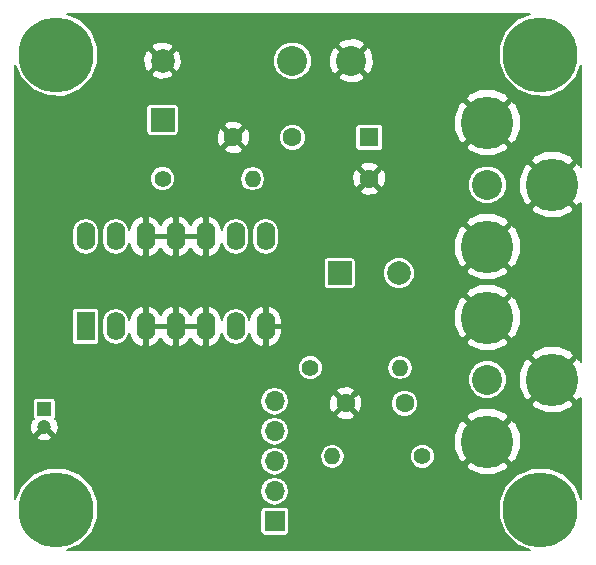
<source format=gbl>
G04 #@! TF.FileFunction,Copper,L2,Bot,Signal*
%FSLAX46Y46*%
G04 Gerber Fmt 4.6, Leading zero omitted, Abs format (unit mm)*
G04 Created by KiCad (PCBNEW (after 2015-mar-04 BZR unknown)-product) date 4/20/2017 11:34:07 AM*
%MOMM*%
G01*
G04 APERTURE LIST*
%ADD10C,0.150000*%
%ADD11R,2.000000X2.000000*%
%ADD12C,2.000000*%
%ADD13R,1.200000X1.200000*%
%ADD14C,1.200000*%
%ADD15C,1.600000*%
%ADD16R,1.600000X1.600000*%
%ADD17C,4.445000*%
%ADD18C,2.540000*%
%ADD19R,1.700000X1.700000*%
%ADD20O,1.700000X1.700000*%
%ADD21C,6.350000*%
%ADD22C,1.400000*%
%ADD23O,1.400000X1.400000*%
%ADD24R,1.600000X2.400000*%
%ADD25O,1.600000X2.400000*%
%ADD26C,0.203200*%
G04 APERTURE END LIST*
D10*
D11*
X13000000Y-9500000D03*
D12*
X13000000Y-4500000D03*
D13*
X3000000Y-34000000D03*
D14*
X3000000Y-35500000D03*
D15*
X33500000Y-33500000D03*
X28500000Y-33500000D03*
D11*
X28000000Y-22500000D03*
D12*
X33000000Y-22500000D03*
D15*
X19000000Y-11000000D03*
X24000000Y-11000000D03*
D16*
X30500000Y-11000000D03*
D15*
X30500000Y-14500000D03*
D17*
X46011800Y-31500000D03*
X40500000Y-26254900D03*
X40500000Y-36745100D03*
D18*
X40500000Y-31500000D03*
D17*
X46011800Y-15000000D03*
X40500000Y-9754900D03*
X40500000Y-20245100D03*
D18*
X40500000Y-15000000D03*
X24000000Y-4500000D03*
X29000000Y-4500000D03*
D19*
X22500000Y-43500000D03*
D20*
X22500000Y-40960000D03*
X22500000Y-38420000D03*
X22500000Y-35880000D03*
X22500000Y-33340000D03*
D21*
X4000000Y-4000000D03*
X45000000Y-4000000D03*
X45000000Y-42500000D03*
X4000000Y-42500000D03*
D22*
X25500000Y-30500000D03*
D23*
X33120000Y-30500000D03*
D22*
X13000000Y-14500000D03*
D23*
X20620000Y-14500000D03*
D22*
X35000000Y-38000000D03*
D23*
X27380000Y-38000000D03*
D24*
X6500000Y-27000000D03*
D25*
X21740000Y-19380000D03*
X9040000Y-27000000D03*
X19200000Y-19380000D03*
X11580000Y-27000000D03*
X16660000Y-19380000D03*
X14120000Y-27000000D03*
X14120000Y-19380000D03*
X16660000Y-27000000D03*
X11580000Y-19380000D03*
X19200000Y-27000000D03*
X9040000Y-19380000D03*
X21740000Y-27000000D03*
X6500000Y-19380000D03*
D26*
G36*
X48453900Y-41613691D02*
X47994843Y-40502688D01*
X47835100Y-40342666D01*
X47835100Y-33538826D01*
X46011800Y-31715526D01*
X45796274Y-31931052D01*
X45796274Y-31500000D01*
X43972974Y-29676700D01*
X43589372Y-29928380D01*
X43339464Y-30555585D01*
X43339464Y-26779865D01*
X43339464Y-20770065D01*
X43324218Y-19643489D01*
X42922428Y-18673480D01*
X42538826Y-18421800D01*
X42323300Y-18637326D01*
X42323300Y-18206274D01*
X42323300Y-11793726D01*
X40500000Y-9970426D01*
X40284474Y-10185952D01*
X40284474Y-9754900D01*
X38461174Y-7931600D01*
X38077572Y-8183280D01*
X37660536Y-9229935D01*
X37675782Y-10356511D01*
X38077572Y-11326520D01*
X38461174Y-11578200D01*
X40284474Y-9754900D01*
X40284474Y-10185952D01*
X38676700Y-11793726D01*
X38928380Y-12177328D01*
X39975035Y-12594364D01*
X41101611Y-12579118D01*
X42071620Y-12177328D01*
X42323300Y-11793726D01*
X42323300Y-18206274D01*
X42125881Y-17905374D01*
X42125881Y-14678067D01*
X41878920Y-14080375D01*
X41422030Y-13622687D01*
X40824770Y-13374683D01*
X40178067Y-13374119D01*
X39580375Y-13621080D01*
X39122687Y-14077970D01*
X38874683Y-14675230D01*
X38874119Y-15321933D01*
X39121080Y-15919625D01*
X39577970Y-16377313D01*
X40175230Y-16625317D01*
X40821933Y-16625881D01*
X41419625Y-16378920D01*
X41877313Y-15922030D01*
X42125317Y-15324770D01*
X42125881Y-14678067D01*
X42125881Y-17905374D01*
X42071620Y-17822672D01*
X41024965Y-17405636D01*
X39898389Y-17420882D01*
X38928380Y-17822672D01*
X38676700Y-18206274D01*
X40500000Y-20029574D01*
X42323300Y-18206274D01*
X42323300Y-18637326D01*
X40715526Y-20245100D01*
X42538826Y-22068400D01*
X42922428Y-21816720D01*
X43339464Y-20770065D01*
X43339464Y-26779865D01*
X43324218Y-25653289D01*
X42922428Y-24683280D01*
X42538826Y-24431600D01*
X42323300Y-24647126D01*
X42323300Y-24216074D01*
X42323300Y-22283926D01*
X40500000Y-20460626D01*
X40284474Y-20676152D01*
X40284474Y-20245100D01*
X38461174Y-18421800D01*
X38077572Y-18673480D01*
X37660536Y-19720135D01*
X37675782Y-20846711D01*
X38077572Y-21816720D01*
X38461174Y-22068400D01*
X40284474Y-20245100D01*
X40284474Y-20676152D01*
X38676700Y-22283926D01*
X38928380Y-22667528D01*
X39975035Y-23084564D01*
X41101611Y-23069318D01*
X42071620Y-22667528D01*
X42323300Y-22283926D01*
X42323300Y-24216074D01*
X42071620Y-23832472D01*
X41024965Y-23415436D01*
X39898389Y-23430682D01*
X38928380Y-23832472D01*
X38676700Y-24216074D01*
X40500000Y-26039374D01*
X42323300Y-24216074D01*
X42323300Y-24647126D01*
X40715526Y-26254900D01*
X42538826Y-28078200D01*
X42922428Y-27826520D01*
X43339464Y-26779865D01*
X43339464Y-30555585D01*
X43172336Y-30975035D01*
X43187582Y-32101611D01*
X43589372Y-33071620D01*
X43972974Y-33323300D01*
X45796274Y-31500000D01*
X45796274Y-31931052D01*
X44188500Y-33538826D01*
X44440180Y-33922428D01*
X45486835Y-34339464D01*
X46613411Y-34324218D01*
X47583420Y-33922428D01*
X47835100Y-33538826D01*
X47835100Y-40342666D01*
X47002536Y-39508648D01*
X45705361Y-38970014D01*
X44300801Y-38968788D01*
X43339464Y-39366004D01*
X43339464Y-37270065D01*
X43324218Y-36143489D01*
X42922428Y-35173480D01*
X42538826Y-34921800D01*
X42323300Y-35137326D01*
X42323300Y-34706274D01*
X42323300Y-28293726D01*
X40500000Y-26470426D01*
X40284474Y-26685952D01*
X40284474Y-26254900D01*
X38461174Y-24431600D01*
X38077572Y-24683280D01*
X37660536Y-25729935D01*
X37675782Y-26856511D01*
X38077572Y-27826520D01*
X38461174Y-28078200D01*
X40284474Y-26254900D01*
X40284474Y-26685952D01*
X38676700Y-28293726D01*
X38928380Y-28677328D01*
X39975035Y-29094364D01*
X41101611Y-29079118D01*
X42071620Y-28677328D01*
X42323300Y-28293726D01*
X42323300Y-34706274D01*
X42125881Y-34405374D01*
X42125881Y-31178067D01*
X41878920Y-30580375D01*
X41422030Y-30122687D01*
X40824770Y-29874683D01*
X40178067Y-29874119D01*
X39580375Y-30121080D01*
X39122687Y-30577970D01*
X38874683Y-31175230D01*
X38874119Y-31821933D01*
X39121080Y-32419625D01*
X39577970Y-32877313D01*
X40175230Y-33125317D01*
X40821933Y-33125881D01*
X41419625Y-32878920D01*
X41877313Y-32422030D01*
X42125317Y-31824770D01*
X42125881Y-31178067D01*
X42125881Y-34405374D01*
X42071620Y-34322672D01*
X41024965Y-33905636D01*
X39898389Y-33920882D01*
X38928380Y-34322672D01*
X38676700Y-34706274D01*
X40500000Y-36529574D01*
X42323300Y-34706274D01*
X42323300Y-35137326D01*
X40715526Y-36745100D01*
X42538826Y-38568400D01*
X42922428Y-38316720D01*
X43339464Y-37270065D01*
X43339464Y-39366004D01*
X43002688Y-39505157D01*
X42323300Y-40183360D01*
X42323300Y-38783926D01*
X40500000Y-36960626D01*
X40284474Y-37176152D01*
X40284474Y-36745100D01*
X38461174Y-34921800D01*
X38077572Y-35173480D01*
X37660536Y-36220135D01*
X37675782Y-37346711D01*
X38077572Y-38316720D01*
X38461174Y-38568400D01*
X40284474Y-36745100D01*
X40284474Y-37176152D01*
X38676700Y-38783926D01*
X38928380Y-39167528D01*
X39975035Y-39584564D01*
X41101611Y-39569318D01*
X42071620Y-39167528D01*
X42323300Y-38783926D01*
X42323300Y-40183360D01*
X42008648Y-40497464D01*
X41470014Y-41794639D01*
X41468788Y-43199199D01*
X42005157Y-44497312D01*
X42997464Y-45491352D01*
X44111403Y-45953900D01*
X36055782Y-45953900D01*
X36055782Y-37790949D01*
X35895416Y-37402832D01*
X35598730Y-37105628D01*
X35210893Y-36944584D01*
X34790949Y-36944218D01*
X34655801Y-37000059D01*
X34655801Y-33271145D01*
X34480242Y-32846260D01*
X34355835Y-32721635D01*
X34355835Y-22231537D01*
X34149892Y-21733117D01*
X33768888Y-21351448D01*
X33270829Y-21144636D01*
X32731537Y-21144165D01*
X32233117Y-21350108D01*
X31925204Y-21657484D01*
X31925204Y-14685431D01*
X31887679Y-14125914D01*
X31745755Y-13783282D01*
X31662567Y-13755915D01*
X31662567Y-11800000D01*
X31662567Y-10200000D01*
X31636259Y-10064411D01*
X31557977Y-9945241D01*
X31439799Y-9865469D01*
X31300000Y-9837433D01*
X30893149Y-9837433D01*
X30893149Y-4797775D01*
X30862995Y-4050632D01*
X30635088Y-3500415D01*
X30350452Y-3365074D01*
X30134926Y-3580600D01*
X30134926Y-3149548D01*
X29999585Y-2864912D01*
X29297775Y-2606851D01*
X28550632Y-2637005D01*
X28000415Y-2864912D01*
X27865074Y-3149548D01*
X29000000Y-4284474D01*
X30134926Y-3149548D01*
X30134926Y-3580600D01*
X29215526Y-4500000D01*
X30350452Y-5634926D01*
X30635088Y-5499585D01*
X30893149Y-4797775D01*
X30893149Y-9837433D01*
X30134926Y-9837433D01*
X30134926Y-5850452D01*
X29000000Y-4715526D01*
X28784474Y-4931052D01*
X28784474Y-4500000D01*
X27649548Y-3365074D01*
X27364912Y-3500415D01*
X27106851Y-4202225D01*
X27137005Y-4949368D01*
X27364912Y-5499585D01*
X27649548Y-5634926D01*
X28784474Y-4500000D01*
X28784474Y-4931052D01*
X27865074Y-5850452D01*
X28000415Y-6135088D01*
X28702225Y-6393149D01*
X29449368Y-6362995D01*
X29999585Y-6135088D01*
X30134926Y-5850452D01*
X30134926Y-9837433D01*
X29700000Y-9837433D01*
X29564411Y-9863741D01*
X29445241Y-9942023D01*
X29365469Y-10060201D01*
X29337433Y-10200000D01*
X29337433Y-11800000D01*
X29363741Y-11935589D01*
X29442023Y-12054759D01*
X29560201Y-12134531D01*
X29700000Y-12162567D01*
X31300000Y-12162567D01*
X31435589Y-12136259D01*
X31554759Y-12057977D01*
X31634531Y-11939799D01*
X31662567Y-11800000D01*
X31662567Y-13755915D01*
X31509851Y-13705675D01*
X31294325Y-13921201D01*
X31294325Y-13490149D01*
X31216718Y-13254245D01*
X30685431Y-13074796D01*
X30125914Y-13112321D01*
X29783282Y-13254245D01*
X29705675Y-13490149D01*
X30500000Y-14284474D01*
X31294325Y-13490149D01*
X31294325Y-13921201D01*
X30715526Y-14500000D01*
X31509851Y-15294325D01*
X31745755Y-15216718D01*
X31925204Y-14685431D01*
X31925204Y-21657484D01*
X31851448Y-21731112D01*
X31644636Y-22229171D01*
X31644165Y-22768463D01*
X31850108Y-23266883D01*
X32231112Y-23648552D01*
X32729171Y-23855364D01*
X33268463Y-23855835D01*
X33766883Y-23649892D01*
X34148552Y-23268888D01*
X34355364Y-22770829D01*
X34355835Y-22231537D01*
X34355835Y-32721635D01*
X34196280Y-32561802D01*
X34196280Y-30500000D01*
X34115927Y-30096039D01*
X33887102Y-29753578D01*
X33544641Y-29524753D01*
X33140680Y-29444400D01*
X33099320Y-29444400D01*
X32695359Y-29524753D01*
X32352898Y-29753578D01*
X32124073Y-30096039D01*
X32043720Y-30500000D01*
X32124073Y-30903961D01*
X32352898Y-31246422D01*
X32695359Y-31475247D01*
X33099320Y-31555600D01*
X33140680Y-31555600D01*
X33544641Y-31475247D01*
X33887102Y-31246422D01*
X34115927Y-30903961D01*
X34196280Y-30500000D01*
X34196280Y-32561802D01*
X34155450Y-32520901D01*
X33730872Y-32344601D01*
X33271145Y-32344199D01*
X32846260Y-32519758D01*
X32520901Y-32844550D01*
X32344601Y-33269128D01*
X32344199Y-33728855D01*
X32519758Y-34153740D01*
X32844550Y-34479099D01*
X33269128Y-34655399D01*
X33728855Y-34655801D01*
X34153740Y-34480242D01*
X34479099Y-34155450D01*
X34655399Y-33730872D01*
X34655801Y-33271145D01*
X34655801Y-37000059D01*
X34402832Y-37104584D01*
X34105628Y-37401270D01*
X33944584Y-37789107D01*
X33944218Y-38209051D01*
X34104584Y-38597168D01*
X34401270Y-38894372D01*
X34789107Y-39055416D01*
X35209051Y-39055782D01*
X35597168Y-38895416D01*
X35894372Y-38598730D01*
X36055416Y-38210893D01*
X36055782Y-37790949D01*
X36055782Y-45953900D01*
X31294325Y-45953900D01*
X31294325Y-15509851D01*
X30500000Y-14715526D01*
X30284474Y-14931052D01*
X30284474Y-14500000D01*
X29490149Y-13705675D01*
X29254245Y-13783282D01*
X29074796Y-14314569D01*
X29112321Y-14874086D01*
X29254245Y-15216718D01*
X29490149Y-15294325D01*
X30284474Y-14500000D01*
X30284474Y-14931052D01*
X29705675Y-15509851D01*
X29783282Y-15745755D01*
X30314569Y-15925204D01*
X30874086Y-15887679D01*
X31216718Y-15745755D01*
X31294325Y-15509851D01*
X31294325Y-45953900D01*
X29925204Y-45953900D01*
X29925204Y-33685431D01*
X29887679Y-33125914D01*
X29745755Y-32783282D01*
X29509851Y-32705675D01*
X29362567Y-32852959D01*
X29362567Y-23500000D01*
X29362567Y-21500000D01*
X29336259Y-21364411D01*
X29257977Y-21245241D01*
X29139799Y-21165469D01*
X29000000Y-21137433D01*
X27000000Y-21137433D01*
X26864411Y-21163741D01*
X26745241Y-21242023D01*
X26665469Y-21360201D01*
X26637433Y-21500000D01*
X26637433Y-23500000D01*
X26663741Y-23635589D01*
X26742023Y-23754759D01*
X26860201Y-23834531D01*
X27000000Y-23862567D01*
X29000000Y-23862567D01*
X29135589Y-23836259D01*
X29254759Y-23757977D01*
X29334531Y-23639799D01*
X29362567Y-23500000D01*
X29362567Y-32852959D01*
X29294325Y-32921201D01*
X29294325Y-32490149D01*
X29216718Y-32254245D01*
X28685431Y-32074796D01*
X28125914Y-32112321D01*
X27783282Y-32254245D01*
X27705675Y-32490149D01*
X28500000Y-33284474D01*
X29294325Y-32490149D01*
X29294325Y-32921201D01*
X28715526Y-33500000D01*
X29509851Y-34294325D01*
X29745755Y-34216718D01*
X29925204Y-33685431D01*
X29925204Y-45953900D01*
X29294325Y-45953900D01*
X29294325Y-34509851D01*
X28500000Y-33715526D01*
X28284474Y-33931052D01*
X28284474Y-33500000D01*
X27490149Y-32705675D01*
X27254245Y-32783282D01*
X27074796Y-33314569D01*
X27112321Y-33874086D01*
X27254245Y-34216718D01*
X27490149Y-34294325D01*
X28284474Y-33500000D01*
X28284474Y-33931052D01*
X27705675Y-34509851D01*
X27783282Y-34745755D01*
X28314569Y-34925204D01*
X28874086Y-34887679D01*
X29216718Y-34745755D01*
X29294325Y-34509851D01*
X29294325Y-45953900D01*
X28456280Y-45953900D01*
X28456280Y-38000000D01*
X28375927Y-37596039D01*
X28147102Y-37253578D01*
X27804641Y-37024753D01*
X27400680Y-36944400D01*
X27359320Y-36944400D01*
X26955359Y-37024753D01*
X26612898Y-37253578D01*
X26555782Y-37339058D01*
X26555782Y-30290949D01*
X26395416Y-29902832D01*
X26098730Y-29605628D01*
X25710893Y-29444584D01*
X25625881Y-29444509D01*
X25625881Y-4178067D01*
X25378920Y-3580375D01*
X24922030Y-3122687D01*
X24324770Y-2874683D01*
X23678067Y-2874119D01*
X23080375Y-3121080D01*
X22622687Y-3577970D01*
X22374683Y-4175230D01*
X22374119Y-4821933D01*
X22621080Y-5419625D01*
X23077970Y-5877313D01*
X23675230Y-6125317D01*
X24321933Y-6125881D01*
X24919625Y-5878920D01*
X25377313Y-5422030D01*
X25625317Y-4824770D01*
X25625881Y-4178067D01*
X25625881Y-29444509D01*
X25290949Y-29444218D01*
X25155801Y-29500059D01*
X25155801Y-10771145D01*
X24980242Y-10346260D01*
X24655450Y-10020901D01*
X24230872Y-9844601D01*
X23771145Y-9844199D01*
X23346260Y-10019758D01*
X23020901Y-10344550D01*
X22844601Y-10769128D01*
X22844199Y-11228855D01*
X23019758Y-11653740D01*
X23344550Y-11979099D01*
X23769128Y-12155399D01*
X24228855Y-12155801D01*
X24653740Y-11980242D01*
X24979099Y-11655450D01*
X25155399Y-11230872D01*
X25155801Y-10771145D01*
X25155801Y-29500059D01*
X24902832Y-29604584D01*
X24605628Y-29901270D01*
X24444584Y-30289107D01*
X24444218Y-30709051D01*
X24604584Y-31097168D01*
X24901270Y-31394372D01*
X25289107Y-31555416D01*
X25709051Y-31555782D01*
X26097168Y-31395416D01*
X26394372Y-31098730D01*
X26555416Y-30710893D01*
X26555782Y-30290949D01*
X26555782Y-37339058D01*
X26384073Y-37596039D01*
X26303720Y-38000000D01*
X26384073Y-38403961D01*
X26612898Y-38746422D01*
X26955359Y-38975247D01*
X27359320Y-39055600D01*
X27400680Y-39055600D01*
X27804641Y-38975247D01*
X28147102Y-38746422D01*
X28375927Y-38403961D01*
X28456280Y-38000000D01*
X28456280Y-45953900D01*
X23729219Y-45953900D01*
X23729219Y-40960000D01*
X23729219Y-38420000D01*
X23729219Y-35880000D01*
X23729219Y-33340000D01*
X23637448Y-32878637D01*
X23376107Y-32487512D01*
X23149600Y-32336165D01*
X23149600Y-27552400D01*
X23149600Y-27152400D01*
X23149600Y-26847600D01*
X23149600Y-26447600D01*
X22983980Y-25919770D01*
X22895600Y-25814145D01*
X22895600Y-19810476D01*
X22895600Y-18949524D01*
X22807635Y-18507295D01*
X22557133Y-18132391D01*
X22182229Y-17881889D01*
X21740000Y-17793924D01*
X21696280Y-17802620D01*
X21696280Y-14500000D01*
X21615927Y-14096039D01*
X21387102Y-13753578D01*
X21044641Y-13524753D01*
X20640680Y-13444400D01*
X20599320Y-13444400D01*
X20425204Y-13479033D01*
X20425204Y-11185431D01*
X20387679Y-10625914D01*
X20245755Y-10283282D01*
X20009851Y-10205675D01*
X19794325Y-10421201D01*
X19794325Y-9990149D01*
X19716718Y-9754245D01*
X19185431Y-9574796D01*
X18625914Y-9612321D01*
X18283282Y-9754245D01*
X18205675Y-9990149D01*
X19000000Y-10784474D01*
X19794325Y-9990149D01*
X19794325Y-10421201D01*
X19215526Y-11000000D01*
X20009851Y-11794325D01*
X20245755Y-11716718D01*
X20425204Y-11185431D01*
X20425204Y-13479033D01*
X20195359Y-13524753D01*
X19852898Y-13753578D01*
X19794325Y-13841238D01*
X19794325Y-12009851D01*
X19000000Y-11215526D01*
X18784474Y-11431052D01*
X18784474Y-11000000D01*
X17990149Y-10205675D01*
X17754245Y-10283282D01*
X17574796Y-10814569D01*
X17612321Y-11374086D01*
X17754245Y-11716718D01*
X17990149Y-11794325D01*
X18784474Y-11000000D01*
X18784474Y-11431052D01*
X18205675Y-12009851D01*
X18283282Y-12245755D01*
X18814569Y-12425204D01*
X19374086Y-12387679D01*
X19716718Y-12245755D01*
X19794325Y-12009851D01*
X19794325Y-13841238D01*
X19624073Y-14096039D01*
X19543720Y-14500000D01*
X19624073Y-14903961D01*
X19852898Y-15246422D01*
X20195359Y-15475247D01*
X20599320Y-15555600D01*
X20640680Y-15555600D01*
X21044641Y-15475247D01*
X21387102Y-15246422D01*
X21615927Y-14903961D01*
X21696280Y-14500000D01*
X21696280Y-17802620D01*
X21297771Y-17881889D01*
X20922867Y-18132391D01*
X20672365Y-18507295D01*
X20584400Y-18949524D01*
X20584400Y-19810476D01*
X20672365Y-20252705D01*
X20922867Y-20627609D01*
X21297771Y-20878111D01*
X21740000Y-20966076D01*
X22182229Y-20878111D01*
X22557133Y-20627609D01*
X22807635Y-20252705D01*
X22895600Y-19810476D01*
X22895600Y-25814145D01*
X22628975Y-25495499D01*
X22109741Y-25239756D01*
X21892400Y-25352071D01*
X21892400Y-26847600D01*
X23149600Y-26847600D01*
X23149600Y-27152400D01*
X21892400Y-27152400D01*
X21892400Y-28647929D01*
X22109741Y-28760244D01*
X22628975Y-28504501D01*
X22983980Y-28080230D01*
X23149600Y-27552400D01*
X23149600Y-32336165D01*
X22984982Y-32226171D01*
X22523619Y-32134400D01*
X22476381Y-32134400D01*
X22015018Y-32226171D01*
X21623893Y-32487512D01*
X21587600Y-32541828D01*
X21587600Y-28647929D01*
X21587600Y-27152400D01*
X21567600Y-27152400D01*
X21567600Y-26847600D01*
X21587600Y-26847600D01*
X21587600Y-25352071D01*
X21370259Y-25239756D01*
X20851025Y-25495499D01*
X20496020Y-25919770D01*
X20355600Y-26367287D01*
X20355600Y-19810476D01*
X20355600Y-18949524D01*
X20267635Y-18507295D01*
X20017133Y-18132391D01*
X19642229Y-17881889D01*
X19200000Y-17793924D01*
X18757771Y-17881889D01*
X18382867Y-18132391D01*
X18132365Y-18507295D01*
X18069019Y-18825751D01*
X17903980Y-18299770D01*
X17548975Y-17875499D01*
X17029741Y-17619756D01*
X16812400Y-17732071D01*
X16812400Y-19227600D01*
X16832400Y-19227600D01*
X16832400Y-19532400D01*
X16812400Y-19532400D01*
X16812400Y-21027929D01*
X17029741Y-21140244D01*
X17548975Y-20884501D01*
X17903980Y-20460230D01*
X18069019Y-19934248D01*
X18132365Y-20252705D01*
X18382867Y-20627609D01*
X18757771Y-20878111D01*
X19200000Y-20966076D01*
X19642229Y-20878111D01*
X20017133Y-20627609D01*
X20267635Y-20252705D01*
X20355600Y-19810476D01*
X20355600Y-26367287D01*
X20330980Y-26445751D01*
X20267635Y-26127295D01*
X20017133Y-25752391D01*
X19642229Y-25501889D01*
X19200000Y-25413924D01*
X18757771Y-25501889D01*
X18382867Y-25752391D01*
X18132365Y-26127295D01*
X18069019Y-26445751D01*
X17903980Y-25919770D01*
X17548975Y-25495499D01*
X17029741Y-25239756D01*
X16812400Y-25352071D01*
X16812400Y-26847600D01*
X16832400Y-26847600D01*
X16832400Y-27152400D01*
X16812400Y-27152400D01*
X16812400Y-28647929D01*
X17029741Y-28760244D01*
X17548975Y-28504501D01*
X17903980Y-28080230D01*
X18069019Y-27554248D01*
X18132365Y-27872705D01*
X18382867Y-28247609D01*
X18757771Y-28498111D01*
X19200000Y-28586076D01*
X19642229Y-28498111D01*
X20017133Y-28247609D01*
X20267635Y-27872705D01*
X20330980Y-27554248D01*
X20496020Y-28080230D01*
X20851025Y-28504501D01*
X21370259Y-28760244D01*
X21587600Y-28647929D01*
X21587600Y-32541828D01*
X21362552Y-32878637D01*
X21270781Y-33340000D01*
X21362552Y-33801363D01*
X21623893Y-34192488D01*
X22015018Y-34453829D01*
X22476381Y-34545600D01*
X22523619Y-34545600D01*
X22984982Y-34453829D01*
X23376107Y-34192488D01*
X23637448Y-33801363D01*
X23729219Y-33340000D01*
X23729219Y-35880000D01*
X23637448Y-35418637D01*
X23376107Y-35027512D01*
X22984982Y-34766171D01*
X22523619Y-34674400D01*
X22476381Y-34674400D01*
X22015018Y-34766171D01*
X21623893Y-35027512D01*
X21362552Y-35418637D01*
X21270781Y-35880000D01*
X21362552Y-36341363D01*
X21623893Y-36732488D01*
X22015018Y-36993829D01*
X22476381Y-37085600D01*
X22523619Y-37085600D01*
X22984982Y-36993829D01*
X23376107Y-36732488D01*
X23637448Y-36341363D01*
X23729219Y-35880000D01*
X23729219Y-38420000D01*
X23637448Y-37958637D01*
X23376107Y-37567512D01*
X22984982Y-37306171D01*
X22523619Y-37214400D01*
X22476381Y-37214400D01*
X22015018Y-37306171D01*
X21623893Y-37567512D01*
X21362552Y-37958637D01*
X21270781Y-38420000D01*
X21362552Y-38881363D01*
X21623893Y-39272488D01*
X22015018Y-39533829D01*
X22476381Y-39625600D01*
X22523619Y-39625600D01*
X22984982Y-39533829D01*
X23376107Y-39272488D01*
X23637448Y-38881363D01*
X23729219Y-38420000D01*
X23729219Y-40960000D01*
X23637448Y-40498637D01*
X23376107Y-40107512D01*
X22984982Y-39846171D01*
X22523619Y-39754400D01*
X22476381Y-39754400D01*
X22015018Y-39846171D01*
X21623893Y-40107512D01*
X21362552Y-40498637D01*
X21270781Y-40960000D01*
X21362552Y-41421363D01*
X21623893Y-41812488D01*
X22015018Y-42073829D01*
X22476381Y-42165600D01*
X22523619Y-42165600D01*
X22984982Y-42073829D01*
X23376107Y-41812488D01*
X23637448Y-41421363D01*
X23729219Y-40960000D01*
X23729219Y-45953900D01*
X23712567Y-45953900D01*
X23712567Y-44350000D01*
X23712567Y-42650000D01*
X23686259Y-42514411D01*
X23607977Y-42395241D01*
X23489799Y-42315469D01*
X23350000Y-42287433D01*
X21650000Y-42287433D01*
X21514411Y-42313741D01*
X21395241Y-42392023D01*
X21315469Y-42510201D01*
X21287433Y-42650000D01*
X21287433Y-44350000D01*
X21313741Y-44485589D01*
X21392023Y-44604759D01*
X21510201Y-44684531D01*
X21650000Y-44712567D01*
X23350000Y-44712567D01*
X23485589Y-44686259D01*
X23604759Y-44607977D01*
X23684531Y-44489799D01*
X23712567Y-44350000D01*
X23712567Y-45953900D01*
X16507600Y-45953900D01*
X16507600Y-28647929D01*
X16507600Y-27152400D01*
X16507600Y-26847600D01*
X16507600Y-25352071D01*
X16507600Y-21027929D01*
X16507600Y-19532400D01*
X16507600Y-19227600D01*
X16507600Y-17732071D01*
X16290259Y-17619756D01*
X15771025Y-17875499D01*
X15416020Y-18299770D01*
X15390000Y-18382695D01*
X15363980Y-18299770D01*
X15008975Y-17875499D01*
X14624471Y-17686115D01*
X14624471Y-4733271D01*
X14590084Y-4093856D01*
X14411547Y-3662827D01*
X14154927Y-3560599D01*
X13939401Y-3776125D01*
X13939401Y-3345073D01*
X13837173Y-3088453D01*
X13233271Y-2875529D01*
X12593856Y-2909916D01*
X12162827Y-3088453D01*
X12060599Y-3345073D01*
X13000000Y-4284474D01*
X13939401Y-3345073D01*
X13939401Y-3776125D01*
X13215526Y-4500000D01*
X14154927Y-5439401D01*
X14411547Y-5337173D01*
X14624471Y-4733271D01*
X14624471Y-17686115D01*
X14489741Y-17619756D01*
X14362567Y-17685475D01*
X14362567Y-10500000D01*
X14362567Y-8500000D01*
X14336259Y-8364411D01*
X14257977Y-8245241D01*
X14139799Y-8165469D01*
X14000000Y-8137433D01*
X13939401Y-8137433D01*
X13939401Y-5654927D01*
X13000000Y-4715526D01*
X12784474Y-4931052D01*
X12784474Y-4500000D01*
X11845073Y-3560599D01*
X11588453Y-3662827D01*
X11375529Y-4266729D01*
X11409916Y-4906144D01*
X11588453Y-5337173D01*
X11845073Y-5439401D01*
X12784474Y-4500000D01*
X12784474Y-4931052D01*
X12060599Y-5654927D01*
X12162827Y-5911547D01*
X12766729Y-6124471D01*
X13406144Y-6090084D01*
X13837173Y-5911547D01*
X13939401Y-5654927D01*
X13939401Y-8137433D01*
X12000000Y-8137433D01*
X11864411Y-8163741D01*
X11745241Y-8242023D01*
X11665469Y-8360201D01*
X11637433Y-8500000D01*
X11637433Y-10500000D01*
X11663741Y-10635589D01*
X11742023Y-10754759D01*
X11860201Y-10834531D01*
X12000000Y-10862567D01*
X14000000Y-10862567D01*
X14135589Y-10836259D01*
X14254759Y-10757977D01*
X14334531Y-10639799D01*
X14362567Y-10500000D01*
X14362567Y-17685475D01*
X14272400Y-17732071D01*
X14272400Y-19227600D01*
X15250400Y-19227600D01*
X15529600Y-19227600D01*
X16507600Y-19227600D01*
X16507600Y-19532400D01*
X15529600Y-19532400D01*
X15250400Y-19532400D01*
X14272400Y-19532400D01*
X14272400Y-21027929D01*
X14489741Y-21140244D01*
X15008975Y-20884501D01*
X15363980Y-20460230D01*
X15390000Y-20377304D01*
X15416020Y-20460230D01*
X15771025Y-20884501D01*
X16290259Y-21140244D01*
X16507600Y-21027929D01*
X16507600Y-25352071D01*
X16290259Y-25239756D01*
X15771025Y-25495499D01*
X15416020Y-25919770D01*
X15390000Y-26002695D01*
X15363980Y-25919770D01*
X15008975Y-25495499D01*
X14489741Y-25239756D01*
X14272400Y-25352071D01*
X14272400Y-26847600D01*
X15250400Y-26847600D01*
X15529600Y-26847600D01*
X16507600Y-26847600D01*
X16507600Y-27152400D01*
X15529600Y-27152400D01*
X15250400Y-27152400D01*
X14272400Y-27152400D01*
X14272400Y-28647929D01*
X14489741Y-28760244D01*
X15008975Y-28504501D01*
X15363980Y-28080230D01*
X15390000Y-27997304D01*
X15416020Y-28080230D01*
X15771025Y-28504501D01*
X16290259Y-28760244D01*
X16507600Y-28647929D01*
X16507600Y-45953900D01*
X14055782Y-45953900D01*
X14055782Y-14290949D01*
X13895416Y-13902832D01*
X13598730Y-13605628D01*
X13210893Y-13444584D01*
X12790949Y-13444218D01*
X12402832Y-13604584D01*
X12105628Y-13901270D01*
X11944584Y-14289107D01*
X11944218Y-14709051D01*
X12104584Y-15097168D01*
X12401270Y-15394372D01*
X12789107Y-15555416D01*
X13209051Y-15555782D01*
X13597168Y-15395416D01*
X13894372Y-15098730D01*
X14055416Y-14710893D01*
X14055782Y-14290949D01*
X14055782Y-45953900D01*
X13967600Y-45953900D01*
X13967600Y-28647929D01*
X13967600Y-27152400D01*
X13967600Y-26847600D01*
X13967600Y-25352071D01*
X13967600Y-21027929D01*
X13967600Y-19532400D01*
X13967600Y-19227600D01*
X13967600Y-17732071D01*
X13750259Y-17619756D01*
X13231025Y-17875499D01*
X12876020Y-18299770D01*
X12850000Y-18382695D01*
X12823980Y-18299770D01*
X12468975Y-17875499D01*
X11949741Y-17619756D01*
X11732400Y-17732071D01*
X11732400Y-19227600D01*
X12710400Y-19227600D01*
X12989600Y-19227600D01*
X13967600Y-19227600D01*
X13967600Y-19532400D01*
X12989600Y-19532400D01*
X12710400Y-19532400D01*
X11732400Y-19532400D01*
X11732400Y-21027929D01*
X11949741Y-21140244D01*
X12468975Y-20884501D01*
X12823980Y-20460230D01*
X12850000Y-20377304D01*
X12876020Y-20460230D01*
X13231025Y-20884501D01*
X13750259Y-21140244D01*
X13967600Y-21027929D01*
X13967600Y-25352071D01*
X13750259Y-25239756D01*
X13231025Y-25495499D01*
X12876020Y-25919770D01*
X12850000Y-26002695D01*
X12823980Y-25919770D01*
X12468975Y-25495499D01*
X11949741Y-25239756D01*
X11732400Y-25352071D01*
X11732400Y-26847600D01*
X12710400Y-26847600D01*
X12989600Y-26847600D01*
X13967600Y-26847600D01*
X13967600Y-27152400D01*
X12989600Y-27152400D01*
X12710400Y-27152400D01*
X11732400Y-27152400D01*
X11732400Y-28647929D01*
X11949741Y-28760244D01*
X12468975Y-28504501D01*
X12823980Y-28080230D01*
X12850000Y-27997304D01*
X12876020Y-28080230D01*
X13231025Y-28504501D01*
X13750259Y-28760244D01*
X13967600Y-28647929D01*
X13967600Y-45953900D01*
X11427600Y-45953900D01*
X11427600Y-28647929D01*
X11427600Y-27152400D01*
X11407600Y-27152400D01*
X11407600Y-26847600D01*
X11427600Y-26847600D01*
X11427600Y-25352071D01*
X11427600Y-21027929D01*
X11427600Y-19532400D01*
X11407600Y-19532400D01*
X11407600Y-19227600D01*
X11427600Y-19227600D01*
X11427600Y-17732071D01*
X11210259Y-17619756D01*
X10691025Y-17875499D01*
X10336020Y-18299770D01*
X10170980Y-18825751D01*
X10107635Y-18507295D01*
X9857133Y-18132391D01*
X9482229Y-17881889D01*
X9040000Y-17793924D01*
X8597771Y-17881889D01*
X8222867Y-18132391D01*
X7972365Y-18507295D01*
X7884400Y-18949524D01*
X7884400Y-19810476D01*
X7972365Y-20252705D01*
X8222867Y-20627609D01*
X8597771Y-20878111D01*
X9040000Y-20966076D01*
X9482229Y-20878111D01*
X9857133Y-20627609D01*
X10107635Y-20252705D01*
X10170980Y-19934248D01*
X10336020Y-20460230D01*
X10691025Y-20884501D01*
X11210259Y-21140244D01*
X11427600Y-21027929D01*
X11427600Y-25352071D01*
X11210259Y-25239756D01*
X10691025Y-25495499D01*
X10336020Y-25919770D01*
X10170980Y-26445751D01*
X10107635Y-26127295D01*
X9857133Y-25752391D01*
X9482229Y-25501889D01*
X9040000Y-25413924D01*
X8597771Y-25501889D01*
X8222867Y-25752391D01*
X7972365Y-26127295D01*
X7884400Y-26569524D01*
X7884400Y-27430476D01*
X7972365Y-27872705D01*
X8222867Y-28247609D01*
X8597771Y-28498111D01*
X9040000Y-28586076D01*
X9482229Y-28498111D01*
X9857133Y-28247609D01*
X10107635Y-27872705D01*
X10170980Y-27554248D01*
X10336020Y-28080230D01*
X10691025Y-28504501D01*
X11210259Y-28760244D01*
X11427600Y-28647929D01*
X11427600Y-45953900D01*
X7662567Y-45953900D01*
X7662567Y-28200000D01*
X7662567Y-25800000D01*
X7655600Y-25764092D01*
X7655600Y-19810476D01*
X7655600Y-18949524D01*
X7567635Y-18507295D01*
X7317133Y-18132391D01*
X6942229Y-17881889D01*
X6500000Y-17793924D01*
X6057771Y-17881889D01*
X5682867Y-18132391D01*
X5432365Y-18507295D01*
X5344400Y-18949524D01*
X5344400Y-19810476D01*
X5432365Y-20252705D01*
X5682867Y-20627609D01*
X6057771Y-20878111D01*
X6500000Y-20966076D01*
X6942229Y-20878111D01*
X7317133Y-20627609D01*
X7567635Y-20252705D01*
X7655600Y-19810476D01*
X7655600Y-25764092D01*
X7636259Y-25664411D01*
X7557977Y-25545241D01*
X7439799Y-25465469D01*
X7300000Y-25437433D01*
X5700000Y-25437433D01*
X5564411Y-25463741D01*
X5445241Y-25542023D01*
X5365469Y-25660201D01*
X5337433Y-25800000D01*
X5337433Y-28200000D01*
X5363741Y-28335589D01*
X5442023Y-28454759D01*
X5560201Y-28534531D01*
X5700000Y-28562567D01*
X7300000Y-28562567D01*
X7435589Y-28536259D01*
X7554759Y-28457977D01*
X7634531Y-28339799D01*
X7662567Y-28200000D01*
X7662567Y-45953900D01*
X4886308Y-45953900D01*
X5997312Y-45494843D01*
X6991352Y-44502536D01*
X7529986Y-43205361D01*
X7531212Y-41800801D01*
X6994843Y-40502688D01*
X6002536Y-39508648D01*
X4705361Y-38970014D01*
X4225607Y-38969595D01*
X4225607Y-35637512D01*
X4184936Y-35158025D01*
X4079690Y-34903936D01*
X3962567Y-34875181D01*
X3864439Y-34851089D01*
X3962567Y-34752962D01*
X3978430Y-34737099D01*
X3962567Y-34721236D01*
X3942315Y-34700984D01*
X3962567Y-34600000D01*
X3962567Y-33400000D01*
X3936259Y-33264411D01*
X3857977Y-33145241D01*
X3739799Y-33065469D01*
X3600000Y-33037433D01*
X2400000Y-33037433D01*
X2264411Y-33063741D01*
X2145241Y-33142023D01*
X2065469Y-33260201D01*
X2037433Y-33400000D01*
X2037433Y-34600000D01*
X2057133Y-34701535D01*
X2021570Y-34737099D01*
X2135560Y-34851089D01*
X1920310Y-34903936D01*
X1774393Y-35362488D01*
X1815064Y-35841975D01*
X1920310Y-36096064D01*
X2135563Y-36148911D01*
X2784474Y-35500000D01*
X2770331Y-35485857D01*
X2985857Y-35270331D01*
X3000000Y-35284474D01*
X3014142Y-35270331D01*
X3229668Y-35485857D01*
X3215526Y-35500000D01*
X3864437Y-36148911D01*
X4079690Y-36096064D01*
X4225607Y-35637512D01*
X4225607Y-38969595D01*
X3648911Y-38969091D01*
X3648911Y-36364437D01*
X3000000Y-35715526D01*
X2784474Y-35931052D01*
X2351089Y-36364437D01*
X2403936Y-36579690D01*
X2862488Y-36725607D01*
X3341975Y-36684936D01*
X3596064Y-36579690D01*
X3648911Y-36364437D01*
X3648911Y-38969091D01*
X3300801Y-38968788D01*
X2002688Y-39505157D01*
X1008648Y-40497464D01*
X546100Y-41611403D01*
X546100Y-4886308D01*
X1005157Y-5997312D01*
X1997464Y-6991352D01*
X3294639Y-7529986D01*
X4699199Y-7531212D01*
X5997312Y-6994843D01*
X6991352Y-6002536D01*
X7529986Y-4705361D01*
X7531212Y-3300801D01*
X6994843Y-2002688D01*
X6002536Y-1008648D01*
X4888596Y-546100D01*
X44113691Y-546100D01*
X43002688Y-1005157D01*
X42008648Y-1997464D01*
X41470014Y-3294639D01*
X41468788Y-4699199D01*
X42005157Y-5997312D01*
X42997464Y-6991352D01*
X44294639Y-7529986D01*
X45699199Y-7531212D01*
X46997312Y-6994843D01*
X47991352Y-6002536D01*
X48453900Y-4888596D01*
X48453900Y-13475872D01*
X48434228Y-13428380D01*
X48050626Y-13176700D01*
X47835100Y-13392226D01*
X47835100Y-12961174D01*
X47583420Y-12577572D01*
X46536765Y-12160536D01*
X45410189Y-12175782D01*
X44440180Y-12577572D01*
X44188500Y-12961174D01*
X46011800Y-14784474D01*
X47835100Y-12961174D01*
X47835100Y-13392226D01*
X46227326Y-15000000D01*
X48050626Y-16823300D01*
X48434228Y-16571620D01*
X48453900Y-16522248D01*
X48453900Y-29975872D01*
X48434228Y-29928380D01*
X48050626Y-29676700D01*
X47835100Y-29892226D01*
X47835100Y-29461174D01*
X47835100Y-17038826D01*
X46011800Y-15215526D01*
X45796274Y-15431052D01*
X45796274Y-15000000D01*
X43972974Y-13176700D01*
X43589372Y-13428380D01*
X43339464Y-14055585D01*
X43339464Y-10279865D01*
X43324218Y-9153289D01*
X42922428Y-8183280D01*
X42538826Y-7931600D01*
X42323300Y-8147126D01*
X42323300Y-7716074D01*
X42071620Y-7332472D01*
X41024965Y-6915436D01*
X39898389Y-6930682D01*
X38928380Y-7332472D01*
X38676700Y-7716074D01*
X40500000Y-9539374D01*
X42323300Y-7716074D01*
X42323300Y-8147126D01*
X40715526Y-9754900D01*
X42538826Y-11578200D01*
X42922428Y-11326520D01*
X43339464Y-10279865D01*
X43339464Y-14055585D01*
X43172336Y-14475035D01*
X43187582Y-15601611D01*
X43589372Y-16571620D01*
X43972974Y-16823300D01*
X45796274Y-15000000D01*
X45796274Y-15431052D01*
X44188500Y-17038826D01*
X44440180Y-17422428D01*
X45486835Y-17839464D01*
X46613411Y-17824218D01*
X47583420Y-17422428D01*
X47835100Y-17038826D01*
X47835100Y-29461174D01*
X47583420Y-29077572D01*
X46536765Y-28660536D01*
X45410189Y-28675782D01*
X44440180Y-29077572D01*
X44188500Y-29461174D01*
X46011800Y-31284474D01*
X47835100Y-29461174D01*
X47835100Y-29892226D01*
X46227326Y-31500000D01*
X48050626Y-33323300D01*
X48434228Y-33071620D01*
X48453900Y-33022248D01*
X48453900Y-41613691D01*
X48453900Y-41613691D01*
G37*
X48453900Y-41613691D02*
X47994843Y-40502688D01*
X47835100Y-40342666D01*
X47835100Y-33538826D01*
X46011800Y-31715526D01*
X45796274Y-31931052D01*
X45796274Y-31500000D01*
X43972974Y-29676700D01*
X43589372Y-29928380D01*
X43339464Y-30555585D01*
X43339464Y-26779865D01*
X43339464Y-20770065D01*
X43324218Y-19643489D01*
X42922428Y-18673480D01*
X42538826Y-18421800D01*
X42323300Y-18637326D01*
X42323300Y-18206274D01*
X42323300Y-11793726D01*
X40500000Y-9970426D01*
X40284474Y-10185952D01*
X40284474Y-9754900D01*
X38461174Y-7931600D01*
X38077572Y-8183280D01*
X37660536Y-9229935D01*
X37675782Y-10356511D01*
X38077572Y-11326520D01*
X38461174Y-11578200D01*
X40284474Y-9754900D01*
X40284474Y-10185952D01*
X38676700Y-11793726D01*
X38928380Y-12177328D01*
X39975035Y-12594364D01*
X41101611Y-12579118D01*
X42071620Y-12177328D01*
X42323300Y-11793726D01*
X42323300Y-18206274D01*
X42125881Y-17905374D01*
X42125881Y-14678067D01*
X41878920Y-14080375D01*
X41422030Y-13622687D01*
X40824770Y-13374683D01*
X40178067Y-13374119D01*
X39580375Y-13621080D01*
X39122687Y-14077970D01*
X38874683Y-14675230D01*
X38874119Y-15321933D01*
X39121080Y-15919625D01*
X39577970Y-16377313D01*
X40175230Y-16625317D01*
X40821933Y-16625881D01*
X41419625Y-16378920D01*
X41877313Y-15922030D01*
X42125317Y-15324770D01*
X42125881Y-14678067D01*
X42125881Y-17905374D01*
X42071620Y-17822672D01*
X41024965Y-17405636D01*
X39898389Y-17420882D01*
X38928380Y-17822672D01*
X38676700Y-18206274D01*
X40500000Y-20029574D01*
X42323300Y-18206274D01*
X42323300Y-18637326D01*
X40715526Y-20245100D01*
X42538826Y-22068400D01*
X42922428Y-21816720D01*
X43339464Y-20770065D01*
X43339464Y-26779865D01*
X43324218Y-25653289D01*
X42922428Y-24683280D01*
X42538826Y-24431600D01*
X42323300Y-24647126D01*
X42323300Y-24216074D01*
X42323300Y-22283926D01*
X40500000Y-20460626D01*
X40284474Y-20676152D01*
X40284474Y-20245100D01*
X38461174Y-18421800D01*
X38077572Y-18673480D01*
X37660536Y-19720135D01*
X37675782Y-20846711D01*
X38077572Y-21816720D01*
X38461174Y-22068400D01*
X40284474Y-20245100D01*
X40284474Y-20676152D01*
X38676700Y-22283926D01*
X38928380Y-22667528D01*
X39975035Y-23084564D01*
X41101611Y-23069318D01*
X42071620Y-22667528D01*
X42323300Y-22283926D01*
X42323300Y-24216074D01*
X42071620Y-23832472D01*
X41024965Y-23415436D01*
X39898389Y-23430682D01*
X38928380Y-23832472D01*
X38676700Y-24216074D01*
X40500000Y-26039374D01*
X42323300Y-24216074D01*
X42323300Y-24647126D01*
X40715526Y-26254900D01*
X42538826Y-28078200D01*
X42922428Y-27826520D01*
X43339464Y-26779865D01*
X43339464Y-30555585D01*
X43172336Y-30975035D01*
X43187582Y-32101611D01*
X43589372Y-33071620D01*
X43972974Y-33323300D01*
X45796274Y-31500000D01*
X45796274Y-31931052D01*
X44188500Y-33538826D01*
X44440180Y-33922428D01*
X45486835Y-34339464D01*
X46613411Y-34324218D01*
X47583420Y-33922428D01*
X47835100Y-33538826D01*
X47835100Y-40342666D01*
X47002536Y-39508648D01*
X45705361Y-38970014D01*
X44300801Y-38968788D01*
X43339464Y-39366004D01*
X43339464Y-37270065D01*
X43324218Y-36143489D01*
X42922428Y-35173480D01*
X42538826Y-34921800D01*
X42323300Y-35137326D01*
X42323300Y-34706274D01*
X42323300Y-28293726D01*
X40500000Y-26470426D01*
X40284474Y-26685952D01*
X40284474Y-26254900D01*
X38461174Y-24431600D01*
X38077572Y-24683280D01*
X37660536Y-25729935D01*
X37675782Y-26856511D01*
X38077572Y-27826520D01*
X38461174Y-28078200D01*
X40284474Y-26254900D01*
X40284474Y-26685952D01*
X38676700Y-28293726D01*
X38928380Y-28677328D01*
X39975035Y-29094364D01*
X41101611Y-29079118D01*
X42071620Y-28677328D01*
X42323300Y-28293726D01*
X42323300Y-34706274D01*
X42125881Y-34405374D01*
X42125881Y-31178067D01*
X41878920Y-30580375D01*
X41422030Y-30122687D01*
X40824770Y-29874683D01*
X40178067Y-29874119D01*
X39580375Y-30121080D01*
X39122687Y-30577970D01*
X38874683Y-31175230D01*
X38874119Y-31821933D01*
X39121080Y-32419625D01*
X39577970Y-32877313D01*
X40175230Y-33125317D01*
X40821933Y-33125881D01*
X41419625Y-32878920D01*
X41877313Y-32422030D01*
X42125317Y-31824770D01*
X42125881Y-31178067D01*
X42125881Y-34405374D01*
X42071620Y-34322672D01*
X41024965Y-33905636D01*
X39898389Y-33920882D01*
X38928380Y-34322672D01*
X38676700Y-34706274D01*
X40500000Y-36529574D01*
X42323300Y-34706274D01*
X42323300Y-35137326D01*
X40715526Y-36745100D01*
X42538826Y-38568400D01*
X42922428Y-38316720D01*
X43339464Y-37270065D01*
X43339464Y-39366004D01*
X43002688Y-39505157D01*
X42323300Y-40183360D01*
X42323300Y-38783926D01*
X40500000Y-36960626D01*
X40284474Y-37176152D01*
X40284474Y-36745100D01*
X38461174Y-34921800D01*
X38077572Y-35173480D01*
X37660536Y-36220135D01*
X37675782Y-37346711D01*
X38077572Y-38316720D01*
X38461174Y-38568400D01*
X40284474Y-36745100D01*
X40284474Y-37176152D01*
X38676700Y-38783926D01*
X38928380Y-39167528D01*
X39975035Y-39584564D01*
X41101611Y-39569318D01*
X42071620Y-39167528D01*
X42323300Y-38783926D01*
X42323300Y-40183360D01*
X42008648Y-40497464D01*
X41470014Y-41794639D01*
X41468788Y-43199199D01*
X42005157Y-44497312D01*
X42997464Y-45491352D01*
X44111403Y-45953900D01*
X36055782Y-45953900D01*
X36055782Y-37790949D01*
X35895416Y-37402832D01*
X35598730Y-37105628D01*
X35210893Y-36944584D01*
X34790949Y-36944218D01*
X34655801Y-37000059D01*
X34655801Y-33271145D01*
X34480242Y-32846260D01*
X34355835Y-32721635D01*
X34355835Y-22231537D01*
X34149892Y-21733117D01*
X33768888Y-21351448D01*
X33270829Y-21144636D01*
X32731537Y-21144165D01*
X32233117Y-21350108D01*
X31925204Y-21657484D01*
X31925204Y-14685431D01*
X31887679Y-14125914D01*
X31745755Y-13783282D01*
X31662567Y-13755915D01*
X31662567Y-11800000D01*
X31662567Y-10200000D01*
X31636259Y-10064411D01*
X31557977Y-9945241D01*
X31439799Y-9865469D01*
X31300000Y-9837433D01*
X30893149Y-9837433D01*
X30893149Y-4797775D01*
X30862995Y-4050632D01*
X30635088Y-3500415D01*
X30350452Y-3365074D01*
X30134926Y-3580600D01*
X30134926Y-3149548D01*
X29999585Y-2864912D01*
X29297775Y-2606851D01*
X28550632Y-2637005D01*
X28000415Y-2864912D01*
X27865074Y-3149548D01*
X29000000Y-4284474D01*
X30134926Y-3149548D01*
X30134926Y-3580600D01*
X29215526Y-4500000D01*
X30350452Y-5634926D01*
X30635088Y-5499585D01*
X30893149Y-4797775D01*
X30893149Y-9837433D01*
X30134926Y-9837433D01*
X30134926Y-5850452D01*
X29000000Y-4715526D01*
X28784474Y-4931052D01*
X28784474Y-4500000D01*
X27649548Y-3365074D01*
X27364912Y-3500415D01*
X27106851Y-4202225D01*
X27137005Y-4949368D01*
X27364912Y-5499585D01*
X27649548Y-5634926D01*
X28784474Y-4500000D01*
X28784474Y-4931052D01*
X27865074Y-5850452D01*
X28000415Y-6135088D01*
X28702225Y-6393149D01*
X29449368Y-6362995D01*
X29999585Y-6135088D01*
X30134926Y-5850452D01*
X30134926Y-9837433D01*
X29700000Y-9837433D01*
X29564411Y-9863741D01*
X29445241Y-9942023D01*
X29365469Y-10060201D01*
X29337433Y-10200000D01*
X29337433Y-11800000D01*
X29363741Y-11935589D01*
X29442023Y-12054759D01*
X29560201Y-12134531D01*
X29700000Y-12162567D01*
X31300000Y-12162567D01*
X31435589Y-12136259D01*
X31554759Y-12057977D01*
X31634531Y-11939799D01*
X31662567Y-11800000D01*
X31662567Y-13755915D01*
X31509851Y-13705675D01*
X31294325Y-13921201D01*
X31294325Y-13490149D01*
X31216718Y-13254245D01*
X30685431Y-13074796D01*
X30125914Y-13112321D01*
X29783282Y-13254245D01*
X29705675Y-13490149D01*
X30500000Y-14284474D01*
X31294325Y-13490149D01*
X31294325Y-13921201D01*
X30715526Y-14500000D01*
X31509851Y-15294325D01*
X31745755Y-15216718D01*
X31925204Y-14685431D01*
X31925204Y-21657484D01*
X31851448Y-21731112D01*
X31644636Y-22229171D01*
X31644165Y-22768463D01*
X31850108Y-23266883D01*
X32231112Y-23648552D01*
X32729171Y-23855364D01*
X33268463Y-23855835D01*
X33766883Y-23649892D01*
X34148552Y-23268888D01*
X34355364Y-22770829D01*
X34355835Y-22231537D01*
X34355835Y-32721635D01*
X34196280Y-32561802D01*
X34196280Y-30500000D01*
X34115927Y-30096039D01*
X33887102Y-29753578D01*
X33544641Y-29524753D01*
X33140680Y-29444400D01*
X33099320Y-29444400D01*
X32695359Y-29524753D01*
X32352898Y-29753578D01*
X32124073Y-30096039D01*
X32043720Y-30500000D01*
X32124073Y-30903961D01*
X32352898Y-31246422D01*
X32695359Y-31475247D01*
X33099320Y-31555600D01*
X33140680Y-31555600D01*
X33544641Y-31475247D01*
X33887102Y-31246422D01*
X34115927Y-30903961D01*
X34196280Y-30500000D01*
X34196280Y-32561802D01*
X34155450Y-32520901D01*
X33730872Y-32344601D01*
X33271145Y-32344199D01*
X32846260Y-32519758D01*
X32520901Y-32844550D01*
X32344601Y-33269128D01*
X32344199Y-33728855D01*
X32519758Y-34153740D01*
X32844550Y-34479099D01*
X33269128Y-34655399D01*
X33728855Y-34655801D01*
X34153740Y-34480242D01*
X34479099Y-34155450D01*
X34655399Y-33730872D01*
X34655801Y-33271145D01*
X34655801Y-37000059D01*
X34402832Y-37104584D01*
X34105628Y-37401270D01*
X33944584Y-37789107D01*
X33944218Y-38209051D01*
X34104584Y-38597168D01*
X34401270Y-38894372D01*
X34789107Y-39055416D01*
X35209051Y-39055782D01*
X35597168Y-38895416D01*
X35894372Y-38598730D01*
X36055416Y-38210893D01*
X36055782Y-37790949D01*
X36055782Y-45953900D01*
X31294325Y-45953900D01*
X31294325Y-15509851D01*
X30500000Y-14715526D01*
X30284474Y-14931052D01*
X30284474Y-14500000D01*
X29490149Y-13705675D01*
X29254245Y-13783282D01*
X29074796Y-14314569D01*
X29112321Y-14874086D01*
X29254245Y-15216718D01*
X29490149Y-15294325D01*
X30284474Y-14500000D01*
X30284474Y-14931052D01*
X29705675Y-15509851D01*
X29783282Y-15745755D01*
X30314569Y-15925204D01*
X30874086Y-15887679D01*
X31216718Y-15745755D01*
X31294325Y-15509851D01*
X31294325Y-45953900D01*
X29925204Y-45953900D01*
X29925204Y-33685431D01*
X29887679Y-33125914D01*
X29745755Y-32783282D01*
X29509851Y-32705675D01*
X29362567Y-32852959D01*
X29362567Y-23500000D01*
X29362567Y-21500000D01*
X29336259Y-21364411D01*
X29257977Y-21245241D01*
X29139799Y-21165469D01*
X29000000Y-21137433D01*
X27000000Y-21137433D01*
X26864411Y-21163741D01*
X26745241Y-21242023D01*
X26665469Y-21360201D01*
X26637433Y-21500000D01*
X26637433Y-23500000D01*
X26663741Y-23635589D01*
X26742023Y-23754759D01*
X26860201Y-23834531D01*
X27000000Y-23862567D01*
X29000000Y-23862567D01*
X29135589Y-23836259D01*
X29254759Y-23757977D01*
X29334531Y-23639799D01*
X29362567Y-23500000D01*
X29362567Y-32852959D01*
X29294325Y-32921201D01*
X29294325Y-32490149D01*
X29216718Y-32254245D01*
X28685431Y-32074796D01*
X28125914Y-32112321D01*
X27783282Y-32254245D01*
X27705675Y-32490149D01*
X28500000Y-33284474D01*
X29294325Y-32490149D01*
X29294325Y-32921201D01*
X28715526Y-33500000D01*
X29509851Y-34294325D01*
X29745755Y-34216718D01*
X29925204Y-33685431D01*
X29925204Y-45953900D01*
X29294325Y-45953900D01*
X29294325Y-34509851D01*
X28500000Y-33715526D01*
X28284474Y-33931052D01*
X28284474Y-33500000D01*
X27490149Y-32705675D01*
X27254245Y-32783282D01*
X27074796Y-33314569D01*
X27112321Y-33874086D01*
X27254245Y-34216718D01*
X27490149Y-34294325D01*
X28284474Y-33500000D01*
X28284474Y-33931052D01*
X27705675Y-34509851D01*
X27783282Y-34745755D01*
X28314569Y-34925204D01*
X28874086Y-34887679D01*
X29216718Y-34745755D01*
X29294325Y-34509851D01*
X29294325Y-45953900D01*
X28456280Y-45953900D01*
X28456280Y-38000000D01*
X28375927Y-37596039D01*
X28147102Y-37253578D01*
X27804641Y-37024753D01*
X27400680Y-36944400D01*
X27359320Y-36944400D01*
X26955359Y-37024753D01*
X26612898Y-37253578D01*
X26555782Y-37339058D01*
X26555782Y-30290949D01*
X26395416Y-29902832D01*
X26098730Y-29605628D01*
X25710893Y-29444584D01*
X25625881Y-29444509D01*
X25625881Y-4178067D01*
X25378920Y-3580375D01*
X24922030Y-3122687D01*
X24324770Y-2874683D01*
X23678067Y-2874119D01*
X23080375Y-3121080D01*
X22622687Y-3577970D01*
X22374683Y-4175230D01*
X22374119Y-4821933D01*
X22621080Y-5419625D01*
X23077970Y-5877313D01*
X23675230Y-6125317D01*
X24321933Y-6125881D01*
X24919625Y-5878920D01*
X25377313Y-5422030D01*
X25625317Y-4824770D01*
X25625881Y-4178067D01*
X25625881Y-29444509D01*
X25290949Y-29444218D01*
X25155801Y-29500059D01*
X25155801Y-10771145D01*
X24980242Y-10346260D01*
X24655450Y-10020901D01*
X24230872Y-9844601D01*
X23771145Y-9844199D01*
X23346260Y-10019758D01*
X23020901Y-10344550D01*
X22844601Y-10769128D01*
X22844199Y-11228855D01*
X23019758Y-11653740D01*
X23344550Y-11979099D01*
X23769128Y-12155399D01*
X24228855Y-12155801D01*
X24653740Y-11980242D01*
X24979099Y-11655450D01*
X25155399Y-11230872D01*
X25155801Y-10771145D01*
X25155801Y-29500059D01*
X24902832Y-29604584D01*
X24605628Y-29901270D01*
X24444584Y-30289107D01*
X24444218Y-30709051D01*
X24604584Y-31097168D01*
X24901270Y-31394372D01*
X25289107Y-31555416D01*
X25709051Y-31555782D01*
X26097168Y-31395416D01*
X26394372Y-31098730D01*
X26555416Y-30710893D01*
X26555782Y-30290949D01*
X26555782Y-37339058D01*
X26384073Y-37596039D01*
X26303720Y-38000000D01*
X26384073Y-38403961D01*
X26612898Y-38746422D01*
X26955359Y-38975247D01*
X27359320Y-39055600D01*
X27400680Y-39055600D01*
X27804641Y-38975247D01*
X28147102Y-38746422D01*
X28375927Y-38403961D01*
X28456280Y-38000000D01*
X28456280Y-45953900D01*
X23729219Y-45953900D01*
X23729219Y-40960000D01*
X23729219Y-38420000D01*
X23729219Y-35880000D01*
X23729219Y-33340000D01*
X23637448Y-32878637D01*
X23376107Y-32487512D01*
X23149600Y-32336165D01*
X23149600Y-27552400D01*
X23149600Y-27152400D01*
X23149600Y-26847600D01*
X23149600Y-26447600D01*
X22983980Y-25919770D01*
X22895600Y-25814145D01*
X22895600Y-19810476D01*
X22895600Y-18949524D01*
X22807635Y-18507295D01*
X22557133Y-18132391D01*
X22182229Y-17881889D01*
X21740000Y-17793924D01*
X21696280Y-17802620D01*
X21696280Y-14500000D01*
X21615927Y-14096039D01*
X21387102Y-13753578D01*
X21044641Y-13524753D01*
X20640680Y-13444400D01*
X20599320Y-13444400D01*
X20425204Y-13479033D01*
X20425204Y-11185431D01*
X20387679Y-10625914D01*
X20245755Y-10283282D01*
X20009851Y-10205675D01*
X19794325Y-10421201D01*
X19794325Y-9990149D01*
X19716718Y-9754245D01*
X19185431Y-9574796D01*
X18625914Y-9612321D01*
X18283282Y-9754245D01*
X18205675Y-9990149D01*
X19000000Y-10784474D01*
X19794325Y-9990149D01*
X19794325Y-10421201D01*
X19215526Y-11000000D01*
X20009851Y-11794325D01*
X20245755Y-11716718D01*
X20425204Y-11185431D01*
X20425204Y-13479033D01*
X20195359Y-13524753D01*
X19852898Y-13753578D01*
X19794325Y-13841238D01*
X19794325Y-12009851D01*
X19000000Y-11215526D01*
X18784474Y-11431052D01*
X18784474Y-11000000D01*
X17990149Y-10205675D01*
X17754245Y-10283282D01*
X17574796Y-10814569D01*
X17612321Y-11374086D01*
X17754245Y-11716718D01*
X17990149Y-11794325D01*
X18784474Y-11000000D01*
X18784474Y-11431052D01*
X18205675Y-12009851D01*
X18283282Y-12245755D01*
X18814569Y-12425204D01*
X19374086Y-12387679D01*
X19716718Y-12245755D01*
X19794325Y-12009851D01*
X19794325Y-13841238D01*
X19624073Y-14096039D01*
X19543720Y-14500000D01*
X19624073Y-14903961D01*
X19852898Y-15246422D01*
X20195359Y-15475247D01*
X20599320Y-15555600D01*
X20640680Y-15555600D01*
X21044641Y-15475247D01*
X21387102Y-15246422D01*
X21615927Y-14903961D01*
X21696280Y-14500000D01*
X21696280Y-17802620D01*
X21297771Y-17881889D01*
X20922867Y-18132391D01*
X20672365Y-18507295D01*
X20584400Y-18949524D01*
X20584400Y-19810476D01*
X20672365Y-20252705D01*
X20922867Y-20627609D01*
X21297771Y-20878111D01*
X21740000Y-20966076D01*
X22182229Y-20878111D01*
X22557133Y-20627609D01*
X22807635Y-20252705D01*
X22895600Y-19810476D01*
X22895600Y-25814145D01*
X22628975Y-25495499D01*
X22109741Y-25239756D01*
X21892400Y-25352071D01*
X21892400Y-26847600D01*
X23149600Y-26847600D01*
X23149600Y-27152400D01*
X21892400Y-27152400D01*
X21892400Y-28647929D01*
X22109741Y-28760244D01*
X22628975Y-28504501D01*
X22983980Y-28080230D01*
X23149600Y-27552400D01*
X23149600Y-32336165D01*
X22984982Y-32226171D01*
X22523619Y-32134400D01*
X22476381Y-32134400D01*
X22015018Y-32226171D01*
X21623893Y-32487512D01*
X21587600Y-32541828D01*
X21587600Y-28647929D01*
X21587600Y-27152400D01*
X21567600Y-27152400D01*
X21567600Y-26847600D01*
X21587600Y-26847600D01*
X21587600Y-25352071D01*
X21370259Y-25239756D01*
X20851025Y-25495499D01*
X20496020Y-25919770D01*
X20355600Y-26367287D01*
X20355600Y-19810476D01*
X20355600Y-18949524D01*
X20267635Y-18507295D01*
X20017133Y-18132391D01*
X19642229Y-17881889D01*
X19200000Y-17793924D01*
X18757771Y-17881889D01*
X18382867Y-18132391D01*
X18132365Y-18507295D01*
X18069019Y-18825751D01*
X17903980Y-18299770D01*
X17548975Y-17875499D01*
X17029741Y-17619756D01*
X16812400Y-17732071D01*
X16812400Y-19227600D01*
X16832400Y-19227600D01*
X16832400Y-19532400D01*
X16812400Y-19532400D01*
X16812400Y-21027929D01*
X17029741Y-21140244D01*
X17548975Y-20884501D01*
X17903980Y-20460230D01*
X18069019Y-19934248D01*
X18132365Y-20252705D01*
X18382867Y-20627609D01*
X18757771Y-20878111D01*
X19200000Y-20966076D01*
X19642229Y-20878111D01*
X20017133Y-20627609D01*
X20267635Y-20252705D01*
X20355600Y-19810476D01*
X20355600Y-26367287D01*
X20330980Y-26445751D01*
X20267635Y-26127295D01*
X20017133Y-25752391D01*
X19642229Y-25501889D01*
X19200000Y-25413924D01*
X18757771Y-25501889D01*
X18382867Y-25752391D01*
X18132365Y-26127295D01*
X18069019Y-26445751D01*
X17903980Y-25919770D01*
X17548975Y-25495499D01*
X17029741Y-25239756D01*
X16812400Y-25352071D01*
X16812400Y-26847600D01*
X16832400Y-26847600D01*
X16832400Y-27152400D01*
X16812400Y-27152400D01*
X16812400Y-28647929D01*
X17029741Y-28760244D01*
X17548975Y-28504501D01*
X17903980Y-28080230D01*
X18069019Y-27554248D01*
X18132365Y-27872705D01*
X18382867Y-28247609D01*
X18757771Y-28498111D01*
X19200000Y-28586076D01*
X19642229Y-28498111D01*
X20017133Y-28247609D01*
X20267635Y-27872705D01*
X20330980Y-27554248D01*
X20496020Y-28080230D01*
X20851025Y-28504501D01*
X21370259Y-28760244D01*
X21587600Y-28647929D01*
X21587600Y-32541828D01*
X21362552Y-32878637D01*
X21270781Y-33340000D01*
X21362552Y-33801363D01*
X21623893Y-34192488D01*
X22015018Y-34453829D01*
X22476381Y-34545600D01*
X22523619Y-34545600D01*
X22984982Y-34453829D01*
X23376107Y-34192488D01*
X23637448Y-33801363D01*
X23729219Y-33340000D01*
X23729219Y-35880000D01*
X23637448Y-35418637D01*
X23376107Y-35027512D01*
X22984982Y-34766171D01*
X22523619Y-34674400D01*
X22476381Y-34674400D01*
X22015018Y-34766171D01*
X21623893Y-35027512D01*
X21362552Y-35418637D01*
X21270781Y-35880000D01*
X21362552Y-36341363D01*
X21623893Y-36732488D01*
X22015018Y-36993829D01*
X22476381Y-37085600D01*
X22523619Y-37085600D01*
X22984982Y-36993829D01*
X23376107Y-36732488D01*
X23637448Y-36341363D01*
X23729219Y-35880000D01*
X23729219Y-38420000D01*
X23637448Y-37958637D01*
X23376107Y-37567512D01*
X22984982Y-37306171D01*
X22523619Y-37214400D01*
X22476381Y-37214400D01*
X22015018Y-37306171D01*
X21623893Y-37567512D01*
X21362552Y-37958637D01*
X21270781Y-38420000D01*
X21362552Y-38881363D01*
X21623893Y-39272488D01*
X22015018Y-39533829D01*
X22476381Y-39625600D01*
X22523619Y-39625600D01*
X22984982Y-39533829D01*
X23376107Y-39272488D01*
X23637448Y-38881363D01*
X23729219Y-38420000D01*
X23729219Y-40960000D01*
X23637448Y-40498637D01*
X23376107Y-40107512D01*
X22984982Y-39846171D01*
X22523619Y-39754400D01*
X22476381Y-39754400D01*
X22015018Y-39846171D01*
X21623893Y-40107512D01*
X21362552Y-40498637D01*
X21270781Y-40960000D01*
X21362552Y-41421363D01*
X21623893Y-41812488D01*
X22015018Y-42073829D01*
X22476381Y-42165600D01*
X22523619Y-42165600D01*
X22984982Y-42073829D01*
X23376107Y-41812488D01*
X23637448Y-41421363D01*
X23729219Y-40960000D01*
X23729219Y-45953900D01*
X23712567Y-45953900D01*
X23712567Y-44350000D01*
X23712567Y-42650000D01*
X23686259Y-42514411D01*
X23607977Y-42395241D01*
X23489799Y-42315469D01*
X23350000Y-42287433D01*
X21650000Y-42287433D01*
X21514411Y-42313741D01*
X21395241Y-42392023D01*
X21315469Y-42510201D01*
X21287433Y-42650000D01*
X21287433Y-44350000D01*
X21313741Y-44485589D01*
X21392023Y-44604759D01*
X21510201Y-44684531D01*
X21650000Y-44712567D01*
X23350000Y-44712567D01*
X23485589Y-44686259D01*
X23604759Y-44607977D01*
X23684531Y-44489799D01*
X23712567Y-44350000D01*
X23712567Y-45953900D01*
X16507600Y-45953900D01*
X16507600Y-28647929D01*
X16507600Y-27152400D01*
X16507600Y-26847600D01*
X16507600Y-25352071D01*
X16507600Y-21027929D01*
X16507600Y-19532400D01*
X16507600Y-19227600D01*
X16507600Y-17732071D01*
X16290259Y-17619756D01*
X15771025Y-17875499D01*
X15416020Y-18299770D01*
X15390000Y-18382695D01*
X15363980Y-18299770D01*
X15008975Y-17875499D01*
X14624471Y-17686115D01*
X14624471Y-4733271D01*
X14590084Y-4093856D01*
X14411547Y-3662827D01*
X14154927Y-3560599D01*
X13939401Y-3776125D01*
X13939401Y-3345073D01*
X13837173Y-3088453D01*
X13233271Y-2875529D01*
X12593856Y-2909916D01*
X12162827Y-3088453D01*
X12060599Y-3345073D01*
X13000000Y-4284474D01*
X13939401Y-3345073D01*
X13939401Y-3776125D01*
X13215526Y-4500000D01*
X14154927Y-5439401D01*
X14411547Y-5337173D01*
X14624471Y-4733271D01*
X14624471Y-17686115D01*
X14489741Y-17619756D01*
X14362567Y-17685475D01*
X14362567Y-10500000D01*
X14362567Y-8500000D01*
X14336259Y-8364411D01*
X14257977Y-8245241D01*
X14139799Y-8165469D01*
X14000000Y-8137433D01*
X13939401Y-8137433D01*
X13939401Y-5654927D01*
X13000000Y-4715526D01*
X12784474Y-4931052D01*
X12784474Y-4500000D01*
X11845073Y-3560599D01*
X11588453Y-3662827D01*
X11375529Y-4266729D01*
X11409916Y-4906144D01*
X11588453Y-5337173D01*
X11845073Y-5439401D01*
X12784474Y-4500000D01*
X12784474Y-4931052D01*
X12060599Y-5654927D01*
X12162827Y-5911547D01*
X12766729Y-6124471D01*
X13406144Y-6090084D01*
X13837173Y-5911547D01*
X13939401Y-5654927D01*
X13939401Y-8137433D01*
X12000000Y-8137433D01*
X11864411Y-8163741D01*
X11745241Y-8242023D01*
X11665469Y-8360201D01*
X11637433Y-8500000D01*
X11637433Y-10500000D01*
X11663741Y-10635589D01*
X11742023Y-10754759D01*
X11860201Y-10834531D01*
X12000000Y-10862567D01*
X14000000Y-10862567D01*
X14135589Y-10836259D01*
X14254759Y-10757977D01*
X14334531Y-10639799D01*
X14362567Y-10500000D01*
X14362567Y-17685475D01*
X14272400Y-17732071D01*
X14272400Y-19227600D01*
X15250400Y-19227600D01*
X15529600Y-19227600D01*
X16507600Y-19227600D01*
X16507600Y-19532400D01*
X15529600Y-19532400D01*
X15250400Y-19532400D01*
X14272400Y-19532400D01*
X14272400Y-21027929D01*
X14489741Y-21140244D01*
X15008975Y-20884501D01*
X15363980Y-20460230D01*
X15390000Y-20377304D01*
X15416020Y-20460230D01*
X15771025Y-20884501D01*
X16290259Y-21140244D01*
X16507600Y-21027929D01*
X16507600Y-25352071D01*
X16290259Y-25239756D01*
X15771025Y-25495499D01*
X15416020Y-25919770D01*
X15390000Y-26002695D01*
X15363980Y-25919770D01*
X15008975Y-25495499D01*
X14489741Y-25239756D01*
X14272400Y-25352071D01*
X14272400Y-26847600D01*
X15250400Y-26847600D01*
X15529600Y-26847600D01*
X16507600Y-26847600D01*
X16507600Y-27152400D01*
X15529600Y-27152400D01*
X15250400Y-27152400D01*
X14272400Y-27152400D01*
X14272400Y-28647929D01*
X14489741Y-28760244D01*
X15008975Y-28504501D01*
X15363980Y-28080230D01*
X15390000Y-27997304D01*
X15416020Y-28080230D01*
X15771025Y-28504501D01*
X16290259Y-28760244D01*
X16507600Y-28647929D01*
X16507600Y-45953900D01*
X14055782Y-45953900D01*
X14055782Y-14290949D01*
X13895416Y-13902832D01*
X13598730Y-13605628D01*
X13210893Y-13444584D01*
X12790949Y-13444218D01*
X12402832Y-13604584D01*
X12105628Y-13901270D01*
X11944584Y-14289107D01*
X11944218Y-14709051D01*
X12104584Y-15097168D01*
X12401270Y-15394372D01*
X12789107Y-15555416D01*
X13209051Y-15555782D01*
X13597168Y-15395416D01*
X13894372Y-15098730D01*
X14055416Y-14710893D01*
X14055782Y-14290949D01*
X14055782Y-45953900D01*
X13967600Y-45953900D01*
X13967600Y-28647929D01*
X13967600Y-27152400D01*
X13967600Y-26847600D01*
X13967600Y-25352071D01*
X13967600Y-21027929D01*
X13967600Y-19532400D01*
X13967600Y-19227600D01*
X13967600Y-17732071D01*
X13750259Y-17619756D01*
X13231025Y-17875499D01*
X12876020Y-18299770D01*
X12850000Y-18382695D01*
X12823980Y-18299770D01*
X12468975Y-17875499D01*
X11949741Y-17619756D01*
X11732400Y-17732071D01*
X11732400Y-19227600D01*
X12710400Y-19227600D01*
X12989600Y-19227600D01*
X13967600Y-19227600D01*
X13967600Y-19532400D01*
X12989600Y-19532400D01*
X12710400Y-19532400D01*
X11732400Y-19532400D01*
X11732400Y-21027929D01*
X11949741Y-21140244D01*
X12468975Y-20884501D01*
X12823980Y-20460230D01*
X12850000Y-20377304D01*
X12876020Y-20460230D01*
X13231025Y-20884501D01*
X13750259Y-21140244D01*
X13967600Y-21027929D01*
X13967600Y-25352071D01*
X13750259Y-25239756D01*
X13231025Y-25495499D01*
X12876020Y-25919770D01*
X12850000Y-26002695D01*
X12823980Y-25919770D01*
X12468975Y-25495499D01*
X11949741Y-25239756D01*
X11732400Y-25352071D01*
X11732400Y-26847600D01*
X12710400Y-26847600D01*
X12989600Y-26847600D01*
X13967600Y-26847600D01*
X13967600Y-27152400D01*
X12989600Y-27152400D01*
X12710400Y-27152400D01*
X11732400Y-27152400D01*
X11732400Y-28647929D01*
X11949741Y-28760244D01*
X12468975Y-28504501D01*
X12823980Y-28080230D01*
X12850000Y-27997304D01*
X12876020Y-28080230D01*
X13231025Y-28504501D01*
X13750259Y-28760244D01*
X13967600Y-28647929D01*
X13967600Y-45953900D01*
X11427600Y-45953900D01*
X11427600Y-28647929D01*
X11427600Y-27152400D01*
X11407600Y-27152400D01*
X11407600Y-26847600D01*
X11427600Y-26847600D01*
X11427600Y-25352071D01*
X11427600Y-21027929D01*
X11427600Y-19532400D01*
X11407600Y-19532400D01*
X11407600Y-19227600D01*
X11427600Y-19227600D01*
X11427600Y-17732071D01*
X11210259Y-17619756D01*
X10691025Y-17875499D01*
X10336020Y-18299770D01*
X10170980Y-18825751D01*
X10107635Y-18507295D01*
X9857133Y-18132391D01*
X9482229Y-17881889D01*
X9040000Y-17793924D01*
X8597771Y-17881889D01*
X8222867Y-18132391D01*
X7972365Y-18507295D01*
X7884400Y-18949524D01*
X7884400Y-19810476D01*
X7972365Y-20252705D01*
X8222867Y-20627609D01*
X8597771Y-20878111D01*
X9040000Y-20966076D01*
X9482229Y-20878111D01*
X9857133Y-20627609D01*
X10107635Y-20252705D01*
X10170980Y-19934248D01*
X10336020Y-20460230D01*
X10691025Y-20884501D01*
X11210259Y-21140244D01*
X11427600Y-21027929D01*
X11427600Y-25352071D01*
X11210259Y-25239756D01*
X10691025Y-25495499D01*
X10336020Y-25919770D01*
X10170980Y-26445751D01*
X10107635Y-26127295D01*
X9857133Y-25752391D01*
X9482229Y-25501889D01*
X9040000Y-25413924D01*
X8597771Y-25501889D01*
X8222867Y-25752391D01*
X7972365Y-26127295D01*
X7884400Y-26569524D01*
X7884400Y-27430476D01*
X7972365Y-27872705D01*
X8222867Y-28247609D01*
X8597771Y-28498111D01*
X9040000Y-28586076D01*
X9482229Y-28498111D01*
X9857133Y-28247609D01*
X10107635Y-27872705D01*
X10170980Y-27554248D01*
X10336020Y-28080230D01*
X10691025Y-28504501D01*
X11210259Y-28760244D01*
X11427600Y-28647929D01*
X11427600Y-45953900D01*
X7662567Y-45953900D01*
X7662567Y-28200000D01*
X7662567Y-25800000D01*
X7655600Y-25764092D01*
X7655600Y-19810476D01*
X7655600Y-18949524D01*
X7567635Y-18507295D01*
X7317133Y-18132391D01*
X6942229Y-17881889D01*
X6500000Y-17793924D01*
X6057771Y-17881889D01*
X5682867Y-18132391D01*
X5432365Y-18507295D01*
X5344400Y-18949524D01*
X5344400Y-19810476D01*
X5432365Y-20252705D01*
X5682867Y-20627609D01*
X6057771Y-20878111D01*
X6500000Y-20966076D01*
X6942229Y-20878111D01*
X7317133Y-20627609D01*
X7567635Y-20252705D01*
X7655600Y-19810476D01*
X7655600Y-25764092D01*
X7636259Y-25664411D01*
X7557977Y-25545241D01*
X7439799Y-25465469D01*
X7300000Y-25437433D01*
X5700000Y-25437433D01*
X5564411Y-25463741D01*
X5445241Y-25542023D01*
X5365469Y-25660201D01*
X5337433Y-25800000D01*
X5337433Y-28200000D01*
X5363741Y-28335589D01*
X5442023Y-28454759D01*
X5560201Y-28534531D01*
X5700000Y-28562567D01*
X7300000Y-28562567D01*
X7435589Y-28536259D01*
X7554759Y-28457977D01*
X7634531Y-28339799D01*
X7662567Y-28200000D01*
X7662567Y-45953900D01*
X4886308Y-45953900D01*
X5997312Y-45494843D01*
X6991352Y-44502536D01*
X7529986Y-43205361D01*
X7531212Y-41800801D01*
X6994843Y-40502688D01*
X6002536Y-39508648D01*
X4705361Y-38970014D01*
X4225607Y-38969595D01*
X4225607Y-35637512D01*
X4184936Y-35158025D01*
X4079690Y-34903936D01*
X3962567Y-34875181D01*
X3864439Y-34851089D01*
X3962567Y-34752962D01*
X3978430Y-34737099D01*
X3962567Y-34721236D01*
X3942315Y-34700984D01*
X3962567Y-34600000D01*
X3962567Y-33400000D01*
X3936259Y-33264411D01*
X3857977Y-33145241D01*
X3739799Y-33065469D01*
X3600000Y-33037433D01*
X2400000Y-33037433D01*
X2264411Y-33063741D01*
X2145241Y-33142023D01*
X2065469Y-33260201D01*
X2037433Y-33400000D01*
X2037433Y-34600000D01*
X2057133Y-34701535D01*
X2021570Y-34737099D01*
X2135560Y-34851089D01*
X1920310Y-34903936D01*
X1774393Y-35362488D01*
X1815064Y-35841975D01*
X1920310Y-36096064D01*
X2135563Y-36148911D01*
X2784474Y-35500000D01*
X2770331Y-35485857D01*
X2985857Y-35270331D01*
X3000000Y-35284474D01*
X3014142Y-35270331D01*
X3229668Y-35485857D01*
X3215526Y-35500000D01*
X3864437Y-36148911D01*
X4079690Y-36096064D01*
X4225607Y-35637512D01*
X4225607Y-38969595D01*
X3648911Y-38969091D01*
X3648911Y-36364437D01*
X3000000Y-35715526D01*
X2784474Y-35931052D01*
X2351089Y-36364437D01*
X2403936Y-36579690D01*
X2862488Y-36725607D01*
X3341975Y-36684936D01*
X3596064Y-36579690D01*
X3648911Y-36364437D01*
X3648911Y-38969091D01*
X3300801Y-38968788D01*
X2002688Y-39505157D01*
X1008648Y-40497464D01*
X546100Y-41611403D01*
X546100Y-4886308D01*
X1005157Y-5997312D01*
X1997464Y-6991352D01*
X3294639Y-7529986D01*
X4699199Y-7531212D01*
X5997312Y-6994843D01*
X6991352Y-6002536D01*
X7529986Y-4705361D01*
X7531212Y-3300801D01*
X6994843Y-2002688D01*
X6002536Y-1008648D01*
X4888596Y-546100D01*
X44113691Y-546100D01*
X43002688Y-1005157D01*
X42008648Y-1997464D01*
X41470014Y-3294639D01*
X41468788Y-4699199D01*
X42005157Y-5997312D01*
X42997464Y-6991352D01*
X44294639Y-7529986D01*
X45699199Y-7531212D01*
X46997312Y-6994843D01*
X47991352Y-6002536D01*
X48453900Y-4888596D01*
X48453900Y-13475872D01*
X48434228Y-13428380D01*
X48050626Y-13176700D01*
X47835100Y-13392226D01*
X47835100Y-12961174D01*
X47583420Y-12577572D01*
X46536765Y-12160536D01*
X45410189Y-12175782D01*
X44440180Y-12577572D01*
X44188500Y-12961174D01*
X46011800Y-14784474D01*
X47835100Y-12961174D01*
X47835100Y-13392226D01*
X46227326Y-15000000D01*
X48050626Y-16823300D01*
X48434228Y-16571620D01*
X48453900Y-16522248D01*
X48453900Y-29975872D01*
X48434228Y-29928380D01*
X48050626Y-29676700D01*
X47835100Y-29892226D01*
X47835100Y-29461174D01*
X47835100Y-17038826D01*
X46011800Y-15215526D01*
X45796274Y-15431052D01*
X45796274Y-15000000D01*
X43972974Y-13176700D01*
X43589372Y-13428380D01*
X43339464Y-14055585D01*
X43339464Y-10279865D01*
X43324218Y-9153289D01*
X42922428Y-8183280D01*
X42538826Y-7931600D01*
X42323300Y-8147126D01*
X42323300Y-7716074D01*
X42071620Y-7332472D01*
X41024965Y-6915436D01*
X39898389Y-6930682D01*
X38928380Y-7332472D01*
X38676700Y-7716074D01*
X40500000Y-9539374D01*
X42323300Y-7716074D01*
X42323300Y-8147126D01*
X40715526Y-9754900D01*
X42538826Y-11578200D01*
X42922428Y-11326520D01*
X43339464Y-10279865D01*
X43339464Y-14055585D01*
X43172336Y-14475035D01*
X43187582Y-15601611D01*
X43589372Y-16571620D01*
X43972974Y-16823300D01*
X45796274Y-15000000D01*
X45796274Y-15431052D01*
X44188500Y-17038826D01*
X44440180Y-17422428D01*
X45486835Y-17839464D01*
X46613411Y-17824218D01*
X47583420Y-17422428D01*
X47835100Y-17038826D01*
X47835100Y-29461174D01*
X47583420Y-29077572D01*
X46536765Y-28660536D01*
X45410189Y-28675782D01*
X44440180Y-29077572D01*
X44188500Y-29461174D01*
X46011800Y-31284474D01*
X47835100Y-29461174D01*
X47835100Y-29892226D01*
X46227326Y-31500000D01*
X48050626Y-33323300D01*
X48434228Y-33071620D01*
X48453900Y-33022248D01*
X48453900Y-41613691D01*
M02*

</source>
